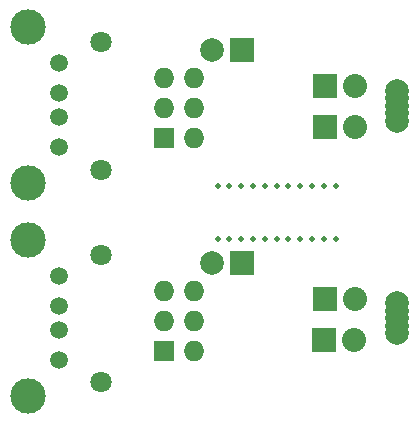
<source format=gbs>
G04 #@! TF.FileFunction,Soldermask,Bot*
%FSLAX46Y46*%
G04 Gerber Fmt 4.6, Leading zero omitted, Abs format (unit mm)*
G04 Created by KiCad (PCBNEW 0.201604121231+6687~43~ubuntu15.10.1-product) date Mi 13 Apr 2016 13:49:14 CEST*
%MOMM*%
G01*
G04 APERTURE LIST*
%ADD10C,0.100000*%
%ADD11C,2.000000*%
%ADD12C,1.800000*%
%ADD13C,1.500000*%
%ADD14C,3.000000*%
%ADD15R,2.032000X2.032000*%
%ADD16O,2.032000X2.032000*%
%ADD17R,1.727200X1.727200*%
%ADD18O,1.727200X1.727200*%
%ADD19R,2.000000X2.000000*%
%ADD20C,0.500000*%
G04 APERTURE END LIST*
D10*
D11*
X163392800Y-109108800D03*
X163392800Y-111648800D03*
X163392800Y-109743800D03*
X163392800Y-111013800D03*
X163392800Y-110378800D03*
D12*
X138292800Y-105008800D03*
X138292800Y-115808800D03*
D13*
X134792800Y-113920800D03*
X134792800Y-111380800D03*
X134792800Y-109348800D03*
X134792800Y-106808800D03*
D14*
X132125800Y-116968800D03*
X132125800Y-103760800D03*
D15*
X157252800Y-112208800D03*
D16*
X159792800Y-112208800D03*
D15*
X157292800Y-108708800D03*
D16*
X159832800Y-108708800D03*
D17*
X143652800Y-113108800D03*
D18*
X146192800Y-113108800D03*
X143652800Y-110568800D03*
X146192800Y-110568800D03*
X143652800Y-108028800D03*
X146192800Y-108028800D03*
D19*
X150292800Y-105708800D03*
D11*
X147752800Y-105708800D03*
D19*
X150300000Y-87700000D03*
D11*
X147760000Y-87700000D03*
D17*
X143660000Y-95100000D03*
D18*
X146200000Y-95100000D03*
X143660000Y-92560000D03*
X146200000Y-92560000D03*
X143660000Y-90020000D03*
X146200000Y-90020000D03*
D15*
X157300000Y-90700000D03*
D16*
X159840000Y-90700000D03*
D15*
X157260000Y-94200000D03*
D16*
X159800000Y-94200000D03*
D13*
X134800000Y-95912000D03*
X134800000Y-93372000D03*
X134800000Y-91340000D03*
X134800000Y-88800000D03*
D14*
X132133000Y-98960000D03*
X132133000Y-85752000D03*
D20*
X148200000Y-99150000D03*
X149200000Y-99150000D03*
X150200000Y-99150000D03*
X151200000Y-99150000D03*
X152200000Y-99150000D03*
X153200000Y-99150000D03*
X154200000Y-99150000D03*
X155200000Y-99150000D03*
X156200000Y-99150000D03*
X157200000Y-99150000D03*
X158200000Y-99150000D03*
X158200000Y-103650000D03*
X157200000Y-103650000D03*
X156200000Y-103650000D03*
X155200000Y-103650000D03*
X154200000Y-103650000D03*
X153200000Y-103650000D03*
X152200000Y-103650000D03*
X151200000Y-103650000D03*
X150200000Y-103650000D03*
X149200000Y-103650000D03*
X148200000Y-103650000D03*
D12*
X138300000Y-87000000D03*
X138300000Y-97800000D03*
D11*
X163400000Y-91100000D03*
X163400000Y-93640000D03*
X163400000Y-91735000D03*
X163400000Y-93005000D03*
X163400000Y-92370000D03*
M02*

</source>
